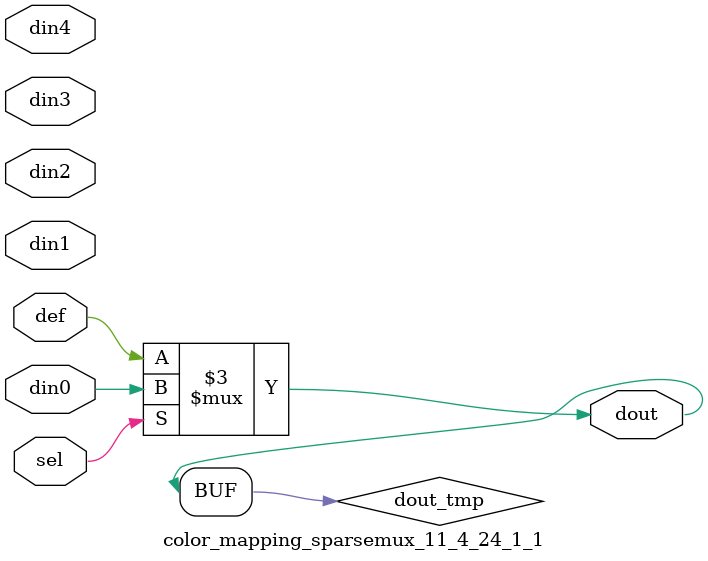
<source format=v>
`timescale 1ns / 1ps

module color_mapping_sparsemux_11_4_24_1_1 (din0,din1,din2,din3,din4,def,sel,dout);

parameter din0_WIDTH = 1;

parameter din1_WIDTH = 1;

parameter din2_WIDTH = 1;

parameter din3_WIDTH = 1;

parameter din4_WIDTH = 1;

parameter def_WIDTH = 1;
parameter sel_WIDTH = 1;
parameter dout_WIDTH = 1;

parameter [sel_WIDTH-1:0] CASE0 = 1;

parameter [sel_WIDTH-1:0] CASE1 = 1;

parameter [sel_WIDTH-1:0] CASE2 = 1;

parameter [sel_WIDTH-1:0] CASE3 = 1;

parameter [sel_WIDTH-1:0] CASE4 = 1;

parameter ID = 1;
parameter NUM_STAGE = 1;



input [din0_WIDTH-1:0] din0;

input [din1_WIDTH-1:0] din1;

input [din2_WIDTH-1:0] din2;

input [din3_WIDTH-1:0] din3;

input [din4_WIDTH-1:0] din4;

input [def_WIDTH-1:0] def;
input [sel_WIDTH-1:0] sel;

output [dout_WIDTH-1:0] dout;



reg [dout_WIDTH-1:0] dout_tmp;


always @ (*) begin
(* parallel_case *) case (sel)
    
    CASE0 : dout_tmp = din0;
    
    CASE1 : dout_tmp = din1;
    
    CASE2 : dout_tmp = din2;
    
    CASE3 : dout_tmp = din3;
    
    CASE4 : dout_tmp = din4;
    
    default : dout_tmp = def;
endcase
end


assign dout = dout_tmp;



endmodule

</source>
